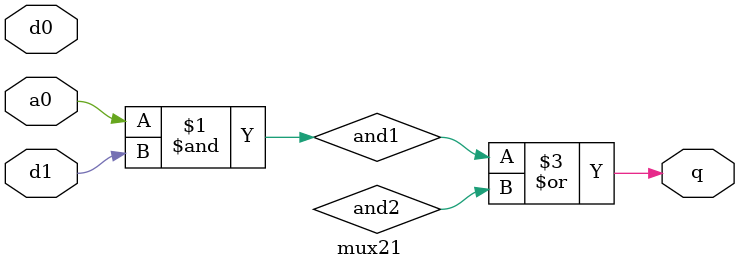
<source format=v>
module mux21 (
	input  a0,
	input  d1,
	input  d0,
	output q // output

);
	

	wire a0_,and1,and0;

	not(a0_,a0);
	and(and1,a0, d1);
	and(and0,a0_,d0);
	or(q,and1,and2);

endmodule


/*
	mux21 mux (
		.a0   (clk   ),
		.d1(clk_en),
		.d0(rst_n ),

		.q     (q     )
	);



*/
</source>
